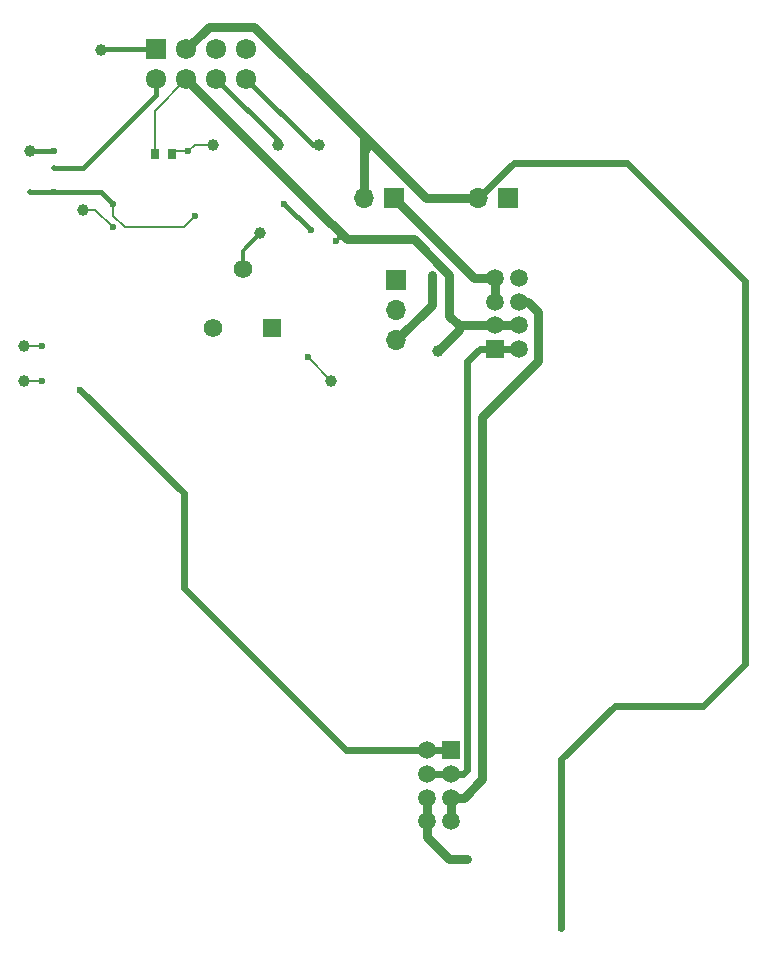
<source format=gbr>
%TF.GenerationSoftware,KiCad,Pcbnew,8.0.4*%
%TF.CreationDate,2024-08-22T00:26:23+05:30*%
%TF.ProjectId,sanket 4.0,73616e6b-6574-4203-942e-302e6b696361,rev?*%
%TF.SameCoordinates,Original*%
%TF.FileFunction,Copper,L2,Bot*%
%TF.FilePolarity,Positive*%
%FSLAX46Y46*%
G04 Gerber Fmt 4.6, Leading zero omitted, Abs format (unit mm)*
G04 Created by KiCad (PCBNEW 8.0.4) date 2024-08-22 00:26:23*
%MOMM*%
%LPD*%
G01*
G04 APERTURE LIST*
%TA.AperFunction,ComponentPad*%
%ADD10R,1.720000X1.720000*%
%TD*%
%TA.AperFunction,ComponentPad*%
%ADD11C,1.720000*%
%TD*%
%TA.AperFunction,ComponentPad*%
%ADD12R,1.700000X1.700000*%
%TD*%
%TA.AperFunction,ComponentPad*%
%ADD13O,1.700000X1.700000*%
%TD*%
%TA.AperFunction,ComponentPad*%
%ADD14R,1.560000X1.560000*%
%TD*%
%TA.AperFunction,ComponentPad*%
%ADD15C,1.560000*%
%TD*%
%TA.AperFunction,ComponentPad*%
%ADD16R,1.490000X1.490000*%
%TD*%
%TA.AperFunction,ComponentPad*%
%ADD17C,1.490000*%
%TD*%
%TA.AperFunction,SMDPad,CuDef*%
%ADD18C,1.000000*%
%TD*%
%TA.AperFunction,SMDPad,CuDef*%
%ADD19R,0.650000X0.900000*%
%TD*%
%TA.AperFunction,ViaPad*%
%ADD20C,0.600000*%
%TD*%
%TA.AperFunction,ViaPad*%
%ADD21C,0.500000*%
%TD*%
%TA.AperFunction,Conductor*%
%ADD22C,0.720000*%
%TD*%
%TA.AperFunction,Conductor*%
%ADD23C,0.200000*%
%TD*%
%TA.AperFunction,Conductor*%
%ADD24C,0.400000*%
%TD*%
%TA.AperFunction,Conductor*%
%ADD25C,0.500000*%
%TD*%
%TA.AperFunction,Conductor*%
%ADD26C,0.600000*%
%TD*%
%TA.AperFunction,Conductor*%
%ADD27C,0.381000*%
%TD*%
%TA.AperFunction,Conductor*%
%ADD28C,0.300000*%
%TD*%
G04 APERTURE END LIST*
D10*
%TO.P,J4,1,1*%
%TO.N,GND*%
X118504500Y-51263600D03*
D11*
%TO.P,J4,2,2*%
%TO.N,Vcc*%
X118504500Y-53803600D03*
%TO.P,J4,3,3*%
%TO.N,GND*%
X121044500Y-51263600D03*
%TO.P,J4,4,4*%
%TO.N,Vcc*%
X121044500Y-53803600D03*
%TO.P,J4,5,5*%
%TO.N,/TRIGGER_OUT*%
X123584500Y-51263600D03*
%TO.P,J4,6,6*%
%TO.N,/EN*%
X123584500Y-53803600D03*
%TO.P,J4,7,7*%
%TO.N,unconnected-(J4-Pad7)*%
X126124500Y-51263600D03*
%TO.P,J4,8,8*%
%TO.N,/CS*%
X126124500Y-53803600D03*
%TD*%
D12*
%TO.P,J3,1,Pin_1*%
%TO.N,/RBW-LOW*%
X138576100Y-63898600D03*
D13*
%TO.P,J3,2,Pin_2*%
%TO.N,GND*%
X136036100Y-63898600D03*
%TD*%
D12*
%TO.P,J1,1,Pin_1*%
%TO.N,Net-(J1-Pin_1)*%
X138801100Y-70873600D03*
D13*
%TO.P,J1,2,Pin_2*%
%TO.N,Net-(J1-Pin_2)*%
X138801100Y-73413600D03*
%TO.P,J1,3,Pin_3*%
%TO.N,Net-(DIR_PW1-Pin_1)*%
X138801100Y-75953600D03*
%TD*%
D14*
%TO.P,RV1,1,1*%
%TO.N,/VR*%
X128301100Y-74906421D03*
D15*
%TO.P,RV1,2,2*%
%TO.N,Net-(U6-FB)*%
X125801100Y-69906421D03*
%TO.P,RV1,3,3*%
%TO.N,GND*%
X123301100Y-74906421D03*
%TD*%
D16*
%TO.P,DEPLOYER2,1,1*%
%TO.N,/SW_OUT*%
X143401100Y-110675485D03*
D17*
%TO.P,DEPLOYER2,2,2*%
X141401100Y-110675485D03*
%TO.P,DEPLOYER2,3,3*%
%TO.N,/NetDEPLOYER1_1*%
X143401100Y-112675485D03*
%TO.P,DEPLOYER2,4,4*%
X141401100Y-112675485D03*
%TO.P,DEPLOYER2,5,5*%
%TO.N,Net-(J1-Pin_2)*%
X143401100Y-114675485D03*
%TO.P,DEPLOYER2,6,6*%
%TO.N,/RBW-LOW*%
X141401100Y-114675485D03*
%TO.P,DEPLOYER2,7,7*%
%TO.N,Net-(J1-Pin_2)*%
X143401100Y-116675485D03*
%TO.P,DEPLOYER2,8,8*%
%TO.N,/RBW-LOW*%
X141401100Y-116675485D03*
%TD*%
D16*
%TO.P,DEPLOYER1,1,1*%
%TO.N,/NetDEPLOYER1_1*%
X147201100Y-76675485D03*
D17*
%TO.P,DEPLOYER1,2,2*%
X149201100Y-76675485D03*
%TO.P,DEPLOYER1,3,3*%
%TO.N,Vcc*%
X147201100Y-74675485D03*
%TO.P,DEPLOYER1,4,4*%
X149201100Y-74675485D03*
%TO.P,DEPLOYER1,5,5*%
%TO.N,/RBW-LOW*%
X147201100Y-72675485D03*
%TO.P,DEPLOYER1,6,6*%
%TO.N,Net-(J1-Pin_2)*%
X149201100Y-72675485D03*
%TO.P,DEPLOYER1,7,7*%
%TO.N,/RBW-LOW*%
X147201100Y-70675485D03*
%TO.P,DEPLOYER1,8,8*%
%TO.N,Net-(J1-Pin_2)*%
X149201100Y-70675485D03*
%TD*%
D12*
%TO.P,DIR_PW1,1,Pin_1*%
%TO.N,Net-(DIR_PW1-Pin_1)*%
X148301100Y-63898600D03*
D13*
%TO.P,DIR_PW1,2,Pin_2*%
%TO.N,GND*%
X145761100Y-63898600D03*
%TD*%
D18*
%TO.P,TP9,1,1*%
%TO.N,Net-(U6-FB)*%
X127301100Y-66898600D03*
%TD*%
%TO.P,TP5,1,1*%
%TO.N,/TRIGGER_IN*%
X107301100Y-76398600D03*
%TD*%
D19*
%TO.P,R2,1*%
%TO.N,Net-(U4-~{FAULT})*%
X119801100Y-60195203D03*
%TO.P,R2,2*%
%TO.N,Vcc*%
X118351100Y-60195203D03*
%TD*%
D18*
%TO.P,TP8,1,1*%
%TO.N,/VR*%
X133301100Y-79398600D03*
%TD*%
%TO.P,TP4,1,1*%
%TO.N,/SW_OUT*%
X107301100Y-79398600D03*
%TD*%
%TO.P,TP3,1,1*%
%TO.N,/EN*%
X128801100Y-59398600D03*
%TD*%
%TO.P,TP7,1,1*%
%TO.N,Net-(U6-PG)*%
X112301100Y-64898600D03*
%TD*%
%TO.P,TP6,1,1*%
%TO.N,/TRIGGER_OUT*%
X107801100Y-59898600D03*
%TD*%
%TO.P,TP10,1,1*%
%TO.N,/CS*%
X132301100Y-59398600D03*
%TD*%
%TO.P,TP11,1,1*%
%TO.N,GND*%
X113801100Y-51398600D03*
%TD*%
%TO.P,TP2,1,1*%
%TO.N,Net-(U4-~{FAULT})*%
X123301100Y-59398600D03*
%TD*%
%TO.P,TP1,1,1*%
%TO.N,Vcc*%
X142301100Y-76898600D03*
%TD*%
D20*
%TO.N,Vcc*%
X133693625Y-67506075D03*
D21*
X109801100Y-61398600D03*
D20*
%TO.N,/TRIGGER_IN*%
X108801100Y-76398600D03*
%TO.N,/RBW-LOW*%
X144801100Y-119898600D03*
%TO.N,/SW_OUT*%
X108801100Y-79398600D03*
X112051100Y-80148600D03*
%TO.N,GND*%
X114801100Y-64398600D03*
X152775050Y-125687685D03*
D21*
X107801100Y-63398600D03*
D20*
X121801100Y-65398600D03*
X109801100Y-63398600D03*
%TO.N,/VR*%
X131301100Y-77398600D03*
%TO.N,/TRIGGER_OUT*%
X109801100Y-59898600D03*
%TO.N,/CS*%
X131556125Y-66643575D03*
X129301100Y-64398600D03*
%TO.N,Net-(U4-~{FAULT})*%
X121194373Y-59947744D03*
%TO.N,Net-(U6-PG)*%
X114801100Y-66398600D03*
%TO.N,Net-(DIR_PW1-Pin_1)*%
X141801100Y-70398600D03*
%TD*%
D22*
%TO.N,Net-(J1-Pin_2)*%
X146087080Y-82427087D02*
X150801100Y-77713067D01*
X143401100Y-114675485D02*
X143401100Y-116675485D01*
X149959184Y-72675485D02*
X149201100Y-72675485D01*
X144524215Y-114675485D02*
X146087080Y-113112620D01*
X150801100Y-77713067D02*
X150801100Y-73517401D01*
X143401100Y-114675485D02*
X144524215Y-114675485D01*
X146087080Y-113112620D02*
X146087080Y-82427087D01*
X150801100Y-73517401D02*
X149959184Y-72675485D01*
%TO.N,Vcc*%
X134639500Y-67398600D02*
X140301100Y-67398600D01*
X134220300Y-66979400D02*
X134639500Y-67398600D01*
X140301100Y-67398600D02*
X143301100Y-70398600D01*
X121044500Y-53803600D02*
X132470300Y-65229400D01*
D23*
X133801100Y-67398600D02*
X134639500Y-67398600D01*
D22*
X133470300Y-66229400D02*
X133970300Y-66729400D01*
X144077985Y-74675485D02*
X149201100Y-74675485D01*
D24*
X112291050Y-61398600D02*
X118504500Y-55185150D01*
D22*
X147201100Y-74675485D02*
X149201100Y-74675485D01*
X142301100Y-76898600D02*
X144077985Y-75121715D01*
D25*
X118499538Y-53808562D02*
X118504500Y-53803600D01*
D23*
X133693625Y-67506075D02*
X133801100Y-67398600D01*
X133868276Y-66831424D02*
X133970300Y-66729400D01*
X133868276Y-67331424D02*
X133868276Y-66831424D01*
D24*
X118504500Y-55185150D02*
X118504500Y-53803600D01*
D22*
X133970300Y-66729400D02*
X134220300Y-66979400D01*
X133220300Y-65979400D02*
X133470300Y-66229400D01*
X143301100Y-70398600D02*
X143301100Y-73898600D01*
X143301100Y-73898600D02*
X144077985Y-74675485D01*
D23*
X118504500Y-53803600D02*
X118504500Y-54245200D01*
X133693625Y-67506075D02*
X134220300Y-66979400D01*
D22*
X144077985Y-75121715D02*
X144077985Y-74675485D01*
D24*
X109801100Y-61398600D02*
X112291050Y-61398600D01*
D23*
X118351100Y-60195203D02*
X118351100Y-56497000D01*
X133693625Y-67506075D02*
X133868276Y-67331424D01*
X118351100Y-56497000D02*
X121044500Y-53803600D01*
X118504500Y-54245200D02*
X118351100Y-54398600D01*
D22*
X132470300Y-65229400D02*
X133220300Y-65979400D01*
D23*
%TO.N,/TRIGGER_IN*%
X108801100Y-76398600D02*
X107301100Y-76398600D01*
D22*
%TO.N,/RBW-LOW*%
X141401100Y-118021100D02*
X143278600Y-119898600D01*
X141401100Y-116675485D02*
X141401100Y-118021100D01*
X141401100Y-114675485D02*
X141401100Y-116675485D01*
X138576100Y-63898600D02*
X145352985Y-70675485D01*
X139078600Y-63898600D02*
X138576100Y-63898600D01*
X144801100Y-119898600D02*
X143278600Y-119898600D01*
X145352985Y-70675485D02*
X147201100Y-70675485D01*
X147201100Y-70675485D02*
X147201100Y-72675485D01*
D26*
%TO.N,/NetDEPLOYER1_1*%
X144443844Y-112675485D02*
X143401100Y-112675485D01*
X144801100Y-77730641D02*
X144801100Y-112318229D01*
X143401100Y-112675485D02*
X141401100Y-112675485D01*
X147201100Y-76675485D02*
X145856256Y-76675485D01*
X147201100Y-76675485D02*
X149201100Y-76675485D01*
X145856256Y-76675485D02*
X144801100Y-77730641D01*
X144801100Y-112318229D02*
X144443844Y-112675485D01*
%TO.N,/SW_OUT*%
X141401100Y-110675485D02*
X134577985Y-110675485D01*
X120801100Y-96898600D02*
X120801100Y-88898600D01*
X134577985Y-110675485D02*
X120801100Y-96898600D01*
X120801100Y-88898600D02*
X112051100Y-80148600D01*
D23*
X108801100Y-79398600D02*
X107301100Y-79398600D01*
D26*
X143401100Y-110675485D02*
X141401100Y-110675485D01*
%TO.N,GND*%
X148761100Y-60898600D02*
X145761100Y-63898600D01*
D22*
X133301100Y-55898600D02*
X126801100Y-49398600D01*
X145761100Y-63898600D02*
X141301100Y-63898600D01*
D23*
X121801100Y-65398600D02*
X120801100Y-66398600D01*
D22*
X126801100Y-49398600D02*
X122909500Y-49398600D01*
D24*
X118504500Y-51263600D02*
X113936100Y-51263600D01*
D26*
X164801100Y-106898600D02*
X168301100Y-103398600D01*
D24*
X112801100Y-63398600D02*
X113801100Y-63398600D01*
D23*
X120801100Y-66398600D02*
X115801100Y-66398600D01*
D22*
X136036100Y-58633600D02*
X133301100Y-55898600D01*
X122909500Y-49398600D02*
X121044500Y-51263600D01*
D24*
X113801100Y-63398600D02*
X114801100Y-64398600D01*
D22*
X136036100Y-63898600D02*
X136036100Y-59898600D01*
X136801100Y-59398600D02*
X133301100Y-55898600D01*
D24*
X109801100Y-63398600D02*
X112801100Y-63398600D01*
D23*
X115801100Y-66398600D02*
X114801100Y-65398600D01*
D26*
X168301100Y-103398600D02*
X168301100Y-70898600D01*
D22*
X136036100Y-59898600D02*
X136036100Y-58633600D01*
D26*
X157301100Y-106898600D02*
X164801100Y-106898600D01*
D24*
X113936100Y-51263600D02*
X113801100Y-51398600D01*
D27*
X121044500Y-51263600D02*
X121354960Y-51263600D01*
D26*
X152775050Y-111424650D02*
X157301100Y-106898600D01*
X158301100Y-60898600D02*
X148761100Y-60898600D01*
D23*
X114801100Y-65398600D02*
X114801100Y-64398600D01*
D22*
X136536100Y-59398600D02*
X136036100Y-59898600D01*
D24*
X107801100Y-63398600D02*
X109801100Y-63398600D01*
D22*
X136801100Y-59398600D02*
X136536100Y-59398600D01*
D26*
X168301100Y-70898600D02*
X158301100Y-60898600D01*
D22*
X141301100Y-63898600D02*
X136801100Y-59398600D01*
D26*
X152775050Y-111424650D02*
X152775050Y-125687685D01*
D23*
%TO.N,/VR*%
X131301100Y-77398600D02*
X133301100Y-79398600D01*
D24*
%TO.N,/TRIGGER_OUT*%
X109801100Y-59898600D02*
X107801100Y-59898600D01*
D28*
%TO.N,Net-(U6-FB)*%
X125801100Y-69906421D02*
X125801100Y-68398600D01*
X125801100Y-68398600D02*
X127301100Y-66898600D01*
D24*
%TO.N,/EN*%
X123584500Y-53803600D02*
X128801100Y-59020200D01*
X128801100Y-59020200D02*
X128801100Y-59398600D01*
%TO.N,/CS*%
X131719500Y-59398600D02*
X132301100Y-59398600D01*
X131556125Y-66643575D02*
X129311150Y-64398600D01*
X126124500Y-53803600D02*
X131719500Y-59398600D01*
X129311150Y-64398600D02*
X129301100Y-64398600D01*
D23*
%TO.N,Net-(U4-~{FAULT})*%
X121194373Y-59947744D02*
X120048559Y-59947744D01*
X120048559Y-59947744D02*
X119801100Y-60195203D01*
X121194373Y-59947744D02*
X121743517Y-59398600D01*
X121743517Y-59398600D02*
X123301100Y-59398600D01*
%TO.N,Net-(U6-PG)*%
X113301100Y-64898600D02*
X112301100Y-64898600D01*
X114801100Y-66398600D02*
X113301100Y-64898600D01*
D22*
%TO.N,Net-(DIR_PW1-Pin_1)*%
X141801100Y-70398600D02*
X141801100Y-72953600D01*
X141801100Y-72953600D02*
X138801100Y-75953600D01*
%TD*%
M02*

</source>
